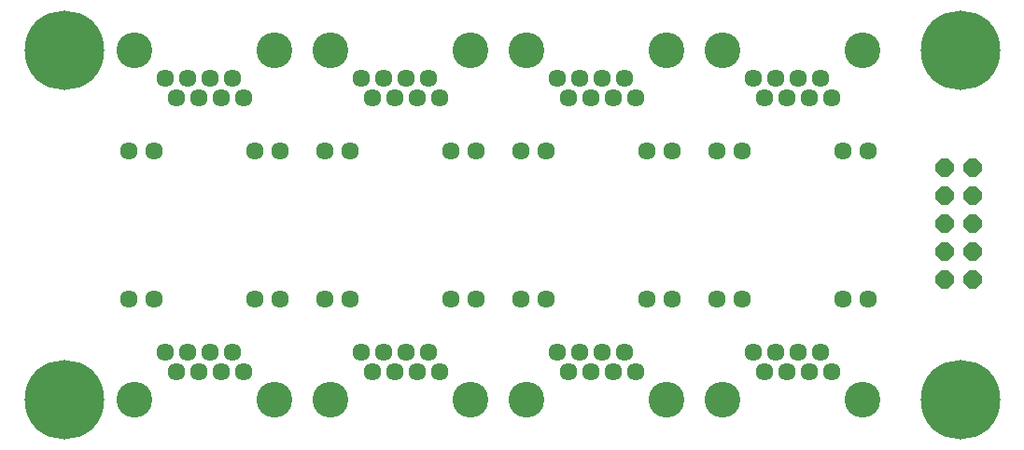
<source format=gbr>
%TF.GenerationSoftware,KiCad,Pcbnew,7.0.1*%
%TF.CreationDate,2023-06-16T22:25:01+09:00*%
%TF.ProjectId,CANFD_HUB,43414e46-445f-4485-9542-2e6b69636164,rev?*%
%TF.SameCoordinates,Original*%
%TF.FileFunction,Soldermask,Top*%
%TF.FilePolarity,Negative*%
%FSLAX46Y46*%
G04 Gerber Fmt 4.6, Leading zero omitted, Abs format (unit mm)*
G04 Created by KiCad (PCBNEW 7.0.1) date 2023-06-16 22:25:01*
%MOMM*%
%LPD*%
G01*
G04 APERTURE LIST*
G04 Aperture macros list*
%AMFreePoly0*
4,1,25,0.333470,0.805066,0.366431,0.783042,0.783042,0.366431,0.805066,0.333470,0.812800,0.294589,0.812800,-0.294589,0.805066,-0.333470,0.783042,-0.366431,0.366431,-0.783042,0.333470,-0.805066,0.294589,-0.812800,-0.294589,-0.812800,-0.333470,-0.805066,-0.366431,-0.783042,-0.783042,-0.366431,-0.805066,-0.333470,-0.812800,-0.294589,-0.812800,0.294589,-0.805066,0.333470,-0.783042,0.366431,
-0.366431,0.783042,-0.333470,0.805066,-0.294589,0.812800,0.294589,0.812800,0.333470,0.805066,0.333470,0.805066,$1*%
G04 Aperture macros list end*
%ADD10C,1.611200*%
%ADD11C,3.250000*%
%ADD12FreePoly0,90.000000*%
%ADD13C,7.213600*%
%ADD14C,3.200000*%
G04 APERTURE END LIST*
D10*
%TO.C,PORT1*%
X113711100Y-98268600D03*
X116001100Y-98268600D03*
X125141100Y-98268600D03*
X127431100Y-98268600D03*
X117001100Y-91668600D03*
X118021100Y-93448600D03*
X119041100Y-91668600D03*
X120061100Y-93448600D03*
X121081100Y-91668600D03*
X122101100Y-93448600D03*
X123121100Y-91668600D03*
X124141100Y-93448600D03*
D11*
X114221100Y-89128600D03*
X126921100Y-89128600D03*
%TD*%
D10*
%TO.C,PORT2*%
X131491100Y-98268600D03*
X133781100Y-98268600D03*
X142921100Y-98268600D03*
X145211100Y-98268600D03*
X134781100Y-91668600D03*
X135801100Y-93448600D03*
X136821100Y-91668600D03*
X137841100Y-93448600D03*
X138861100Y-91668600D03*
X139881100Y-93448600D03*
X140901100Y-91668600D03*
X141921100Y-93448600D03*
D11*
X132001100Y-89128600D03*
X144701100Y-89128600D03*
%TD*%
D10*
%TO.C,PORT3*%
X149271100Y-98268600D03*
X151561100Y-98268600D03*
X160701100Y-98268600D03*
X162991100Y-98268600D03*
X152561100Y-91668600D03*
X153581100Y-93448600D03*
X154601100Y-91668600D03*
X155621100Y-93448600D03*
X156641100Y-91668600D03*
X157661100Y-93448600D03*
X158681100Y-91668600D03*
X159701100Y-93448600D03*
D11*
X149781100Y-89128600D03*
X162481100Y-89128600D03*
%TD*%
D10*
%TO.C,PORT4*%
X167051100Y-98268600D03*
X169341100Y-98268600D03*
X178481100Y-98268600D03*
X180771100Y-98268600D03*
X170341100Y-91668600D03*
X171361100Y-93448600D03*
X172381100Y-91668600D03*
X173401100Y-93448600D03*
X174421100Y-91668600D03*
X175441100Y-93448600D03*
X176461100Y-91668600D03*
X177481100Y-93448600D03*
D11*
X167561100Y-89128600D03*
X180261100Y-89128600D03*
%TD*%
%TO.C,PORT5*%
X114221100Y-120878600D03*
X126921100Y-120878600D03*
D10*
X117001100Y-116558600D03*
X118021100Y-118338600D03*
X119041100Y-116558600D03*
X120061100Y-118338600D03*
X121081100Y-116558600D03*
X122101100Y-118338600D03*
X123121100Y-116558600D03*
X124141100Y-118338600D03*
X113711100Y-111738600D03*
X116001100Y-111738600D03*
X125141100Y-111738600D03*
X127431100Y-111738600D03*
%TD*%
%TO.C,PORT6*%
X145211100Y-111738600D03*
X142921100Y-111738600D03*
X133781100Y-111738600D03*
X131491100Y-111738600D03*
X141921100Y-118338600D03*
X140901100Y-116558600D03*
X139881100Y-118338600D03*
X138861100Y-116558600D03*
X137841100Y-118338600D03*
X136821100Y-116558600D03*
X135801100Y-118338600D03*
X134781100Y-116558600D03*
D11*
X144701100Y-120878600D03*
X132001100Y-120878600D03*
%TD*%
D10*
%TO.C,PORT7*%
X162991100Y-111738600D03*
X160701100Y-111738600D03*
X151561100Y-111738600D03*
X149271100Y-111738600D03*
X159701100Y-118338600D03*
X158681100Y-116558600D03*
X157661100Y-118338600D03*
X156641100Y-116558600D03*
X155621100Y-118338600D03*
X154601100Y-116558600D03*
X153581100Y-118338600D03*
X152561100Y-116558600D03*
D11*
X162481100Y-120878600D03*
X149781100Y-120878600D03*
%TD*%
D10*
%TO.C,PORT8*%
X180771100Y-111738600D03*
X178481100Y-111738600D03*
X169341100Y-111738600D03*
X167051100Y-111738600D03*
X177481100Y-118338600D03*
X176461100Y-116558600D03*
X175441100Y-118338600D03*
X174421100Y-116558600D03*
X173401100Y-118338600D03*
X172381100Y-116558600D03*
X171361100Y-118338600D03*
X170341100Y-116558600D03*
D11*
X180261100Y-120878600D03*
X167561100Y-120878600D03*
%TD*%
D12*
%TO.C,LED CONTROL*%
X187754100Y-99796600D03*
X190294100Y-99796600D03*
X187754100Y-102336600D03*
X190294100Y-102336600D03*
X187754100Y-104876600D03*
X190294100Y-104876600D03*
X187754100Y-107416600D03*
X190294100Y-107416600D03*
X187754100Y-109956600D03*
X190294100Y-109956600D03*
%TD*%
D13*
%TO.C,H3*%
X107871100Y-120878600D03*
D14*
X107871100Y-120878600D03*
%TD*%
D13*
%TO.C,H1*%
X107871100Y-89128600D03*
D14*
X107871100Y-89128600D03*
%TD*%
D13*
%TO.C,H2*%
X189151100Y-89128600D03*
D14*
X189151100Y-89128600D03*
%TD*%
D13*
%TO.C,H4*%
X189151100Y-120878600D03*
D14*
X189151100Y-120878600D03*
%TD*%
M02*

</source>
